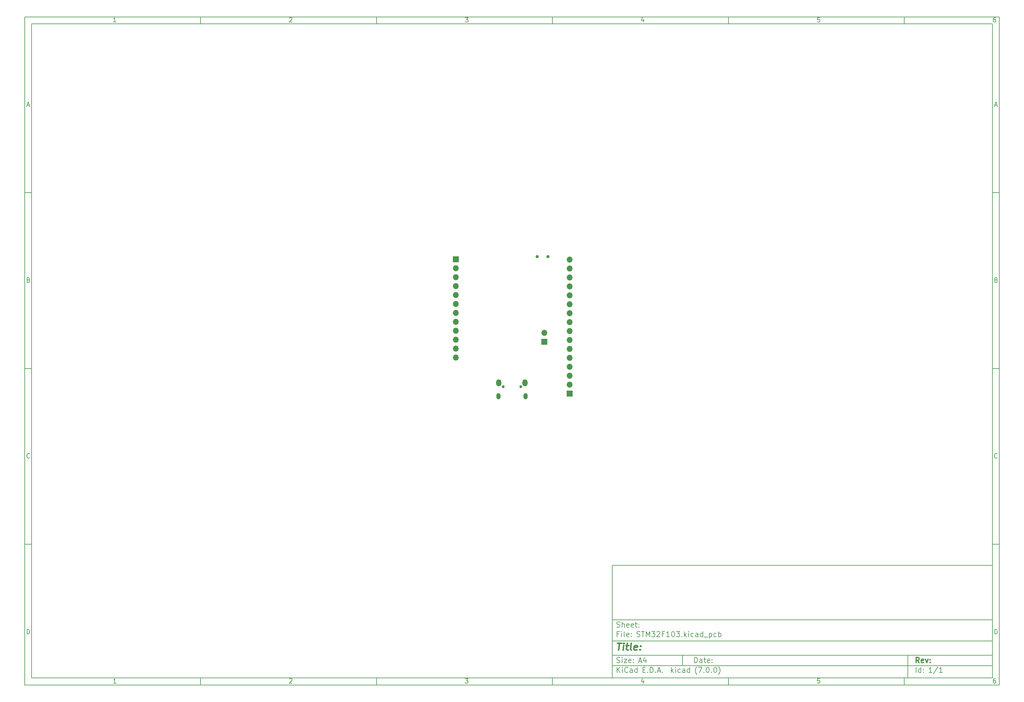
<source format=gbr>
%TF.GenerationSoftware,KiCad,Pcbnew,(7.0.0)*%
%TF.CreationDate,2023-03-08T00:24:43-05:00*%
%TF.ProjectId,STM32F103,53544d33-3246-4313-9033-2e6b69636164,rev?*%
%TF.SameCoordinates,Original*%
%TF.FileFunction,Soldermask,Bot*%
%TF.FilePolarity,Negative*%
%FSLAX46Y46*%
G04 Gerber Fmt 4.6, Leading zero omitted, Abs format (unit mm)*
G04 Created by KiCad (PCBNEW (7.0.0)) date 2023-03-08 00:24:43*
%MOMM*%
%LPD*%
G01*
G04 APERTURE LIST*
%ADD10C,0.100000*%
%ADD11C,0.150000*%
%ADD12C,0.300000*%
%ADD13C,0.400000*%
%ADD14R,1.700000X1.700000*%
%ADD15O,1.700000X1.700000*%
%ADD16C,0.900000*%
%ADD17O,0.800000X0.800000*%
%ADD18O,1.150000X1.800000*%
%ADD19O,1.450000X2.000000*%
G04 APERTURE END LIST*
D10*
D11*
X177002200Y-166007200D02*
X285002200Y-166007200D01*
X285002200Y-198007200D01*
X177002200Y-198007200D01*
X177002200Y-166007200D01*
D10*
D11*
X10000000Y-10000000D02*
X287002200Y-10000000D01*
X287002200Y-200007200D01*
X10000000Y-200007200D01*
X10000000Y-10000000D01*
D10*
D11*
X12000000Y-12000000D02*
X285002200Y-12000000D01*
X285002200Y-198007200D01*
X12000000Y-198007200D01*
X12000000Y-12000000D01*
D10*
D11*
X60000000Y-12000000D02*
X60000000Y-10000000D01*
D10*
D11*
X110000000Y-12000000D02*
X110000000Y-10000000D01*
D10*
D11*
X160000000Y-12000000D02*
X160000000Y-10000000D01*
D10*
D11*
X210000000Y-12000000D02*
X210000000Y-10000000D01*
D10*
D11*
X260000000Y-12000000D02*
X260000000Y-10000000D01*
D10*
D11*
X35990476Y-11477595D02*
X35247619Y-11477595D01*
X35619047Y-11477595D02*
X35619047Y-10177595D01*
X35619047Y-10177595D02*
X35495238Y-10363309D01*
X35495238Y-10363309D02*
X35371428Y-10487119D01*
X35371428Y-10487119D02*
X35247619Y-10549023D01*
D10*
D11*
X85247619Y-10301404D02*
X85309523Y-10239500D01*
X85309523Y-10239500D02*
X85433333Y-10177595D01*
X85433333Y-10177595D02*
X85742857Y-10177595D01*
X85742857Y-10177595D02*
X85866666Y-10239500D01*
X85866666Y-10239500D02*
X85928571Y-10301404D01*
X85928571Y-10301404D02*
X85990476Y-10425214D01*
X85990476Y-10425214D02*
X85990476Y-10549023D01*
X85990476Y-10549023D02*
X85928571Y-10734738D01*
X85928571Y-10734738D02*
X85185714Y-11477595D01*
X85185714Y-11477595D02*
X85990476Y-11477595D01*
D10*
D11*
X135185714Y-10177595D02*
X135990476Y-10177595D01*
X135990476Y-10177595D02*
X135557142Y-10672833D01*
X135557142Y-10672833D02*
X135742857Y-10672833D01*
X135742857Y-10672833D02*
X135866666Y-10734738D01*
X135866666Y-10734738D02*
X135928571Y-10796642D01*
X135928571Y-10796642D02*
X135990476Y-10920452D01*
X135990476Y-10920452D02*
X135990476Y-11229976D01*
X135990476Y-11229976D02*
X135928571Y-11353785D01*
X135928571Y-11353785D02*
X135866666Y-11415690D01*
X135866666Y-11415690D02*
X135742857Y-11477595D01*
X135742857Y-11477595D02*
X135371428Y-11477595D01*
X135371428Y-11477595D02*
X135247619Y-11415690D01*
X135247619Y-11415690D02*
X135185714Y-11353785D01*
D10*
D11*
X185866666Y-10610928D02*
X185866666Y-11477595D01*
X185557142Y-10115690D02*
X185247619Y-11044261D01*
X185247619Y-11044261D02*
X186052380Y-11044261D01*
D10*
D11*
X235928571Y-10177595D02*
X235309523Y-10177595D01*
X235309523Y-10177595D02*
X235247619Y-10796642D01*
X235247619Y-10796642D02*
X235309523Y-10734738D01*
X235309523Y-10734738D02*
X235433333Y-10672833D01*
X235433333Y-10672833D02*
X235742857Y-10672833D01*
X235742857Y-10672833D02*
X235866666Y-10734738D01*
X235866666Y-10734738D02*
X235928571Y-10796642D01*
X235928571Y-10796642D02*
X235990476Y-10920452D01*
X235990476Y-10920452D02*
X235990476Y-11229976D01*
X235990476Y-11229976D02*
X235928571Y-11353785D01*
X235928571Y-11353785D02*
X235866666Y-11415690D01*
X235866666Y-11415690D02*
X235742857Y-11477595D01*
X235742857Y-11477595D02*
X235433333Y-11477595D01*
X235433333Y-11477595D02*
X235309523Y-11415690D01*
X235309523Y-11415690D02*
X235247619Y-11353785D01*
D10*
D11*
X285866666Y-10177595D02*
X285619047Y-10177595D01*
X285619047Y-10177595D02*
X285495238Y-10239500D01*
X285495238Y-10239500D02*
X285433333Y-10301404D01*
X285433333Y-10301404D02*
X285309523Y-10487119D01*
X285309523Y-10487119D02*
X285247619Y-10734738D01*
X285247619Y-10734738D02*
X285247619Y-11229976D01*
X285247619Y-11229976D02*
X285309523Y-11353785D01*
X285309523Y-11353785D02*
X285371428Y-11415690D01*
X285371428Y-11415690D02*
X285495238Y-11477595D01*
X285495238Y-11477595D02*
X285742857Y-11477595D01*
X285742857Y-11477595D02*
X285866666Y-11415690D01*
X285866666Y-11415690D02*
X285928571Y-11353785D01*
X285928571Y-11353785D02*
X285990476Y-11229976D01*
X285990476Y-11229976D02*
X285990476Y-10920452D01*
X285990476Y-10920452D02*
X285928571Y-10796642D01*
X285928571Y-10796642D02*
X285866666Y-10734738D01*
X285866666Y-10734738D02*
X285742857Y-10672833D01*
X285742857Y-10672833D02*
X285495238Y-10672833D01*
X285495238Y-10672833D02*
X285371428Y-10734738D01*
X285371428Y-10734738D02*
X285309523Y-10796642D01*
X285309523Y-10796642D02*
X285247619Y-10920452D01*
D10*
D11*
X60000000Y-198007200D02*
X60000000Y-200007200D01*
D10*
D11*
X110000000Y-198007200D02*
X110000000Y-200007200D01*
D10*
D11*
X160000000Y-198007200D02*
X160000000Y-200007200D01*
D10*
D11*
X210000000Y-198007200D02*
X210000000Y-200007200D01*
D10*
D11*
X260000000Y-198007200D02*
X260000000Y-200007200D01*
D10*
D11*
X35990476Y-199484795D02*
X35247619Y-199484795D01*
X35619047Y-199484795D02*
X35619047Y-198184795D01*
X35619047Y-198184795D02*
X35495238Y-198370509D01*
X35495238Y-198370509D02*
X35371428Y-198494319D01*
X35371428Y-198494319D02*
X35247619Y-198556223D01*
D10*
D11*
X85247619Y-198308604D02*
X85309523Y-198246700D01*
X85309523Y-198246700D02*
X85433333Y-198184795D01*
X85433333Y-198184795D02*
X85742857Y-198184795D01*
X85742857Y-198184795D02*
X85866666Y-198246700D01*
X85866666Y-198246700D02*
X85928571Y-198308604D01*
X85928571Y-198308604D02*
X85990476Y-198432414D01*
X85990476Y-198432414D02*
X85990476Y-198556223D01*
X85990476Y-198556223D02*
X85928571Y-198741938D01*
X85928571Y-198741938D02*
X85185714Y-199484795D01*
X85185714Y-199484795D02*
X85990476Y-199484795D01*
D10*
D11*
X135185714Y-198184795D02*
X135990476Y-198184795D01*
X135990476Y-198184795D02*
X135557142Y-198680033D01*
X135557142Y-198680033D02*
X135742857Y-198680033D01*
X135742857Y-198680033D02*
X135866666Y-198741938D01*
X135866666Y-198741938D02*
X135928571Y-198803842D01*
X135928571Y-198803842D02*
X135990476Y-198927652D01*
X135990476Y-198927652D02*
X135990476Y-199237176D01*
X135990476Y-199237176D02*
X135928571Y-199360985D01*
X135928571Y-199360985D02*
X135866666Y-199422890D01*
X135866666Y-199422890D02*
X135742857Y-199484795D01*
X135742857Y-199484795D02*
X135371428Y-199484795D01*
X135371428Y-199484795D02*
X135247619Y-199422890D01*
X135247619Y-199422890D02*
X135185714Y-199360985D01*
D10*
D11*
X185866666Y-198618128D02*
X185866666Y-199484795D01*
X185557142Y-198122890D02*
X185247619Y-199051461D01*
X185247619Y-199051461D02*
X186052380Y-199051461D01*
D10*
D11*
X235928571Y-198184795D02*
X235309523Y-198184795D01*
X235309523Y-198184795D02*
X235247619Y-198803842D01*
X235247619Y-198803842D02*
X235309523Y-198741938D01*
X235309523Y-198741938D02*
X235433333Y-198680033D01*
X235433333Y-198680033D02*
X235742857Y-198680033D01*
X235742857Y-198680033D02*
X235866666Y-198741938D01*
X235866666Y-198741938D02*
X235928571Y-198803842D01*
X235928571Y-198803842D02*
X235990476Y-198927652D01*
X235990476Y-198927652D02*
X235990476Y-199237176D01*
X235990476Y-199237176D02*
X235928571Y-199360985D01*
X235928571Y-199360985D02*
X235866666Y-199422890D01*
X235866666Y-199422890D02*
X235742857Y-199484795D01*
X235742857Y-199484795D02*
X235433333Y-199484795D01*
X235433333Y-199484795D02*
X235309523Y-199422890D01*
X235309523Y-199422890D02*
X235247619Y-199360985D01*
D10*
D11*
X285866666Y-198184795D02*
X285619047Y-198184795D01*
X285619047Y-198184795D02*
X285495238Y-198246700D01*
X285495238Y-198246700D02*
X285433333Y-198308604D01*
X285433333Y-198308604D02*
X285309523Y-198494319D01*
X285309523Y-198494319D02*
X285247619Y-198741938D01*
X285247619Y-198741938D02*
X285247619Y-199237176D01*
X285247619Y-199237176D02*
X285309523Y-199360985D01*
X285309523Y-199360985D02*
X285371428Y-199422890D01*
X285371428Y-199422890D02*
X285495238Y-199484795D01*
X285495238Y-199484795D02*
X285742857Y-199484795D01*
X285742857Y-199484795D02*
X285866666Y-199422890D01*
X285866666Y-199422890D02*
X285928571Y-199360985D01*
X285928571Y-199360985D02*
X285990476Y-199237176D01*
X285990476Y-199237176D02*
X285990476Y-198927652D01*
X285990476Y-198927652D02*
X285928571Y-198803842D01*
X285928571Y-198803842D02*
X285866666Y-198741938D01*
X285866666Y-198741938D02*
X285742857Y-198680033D01*
X285742857Y-198680033D02*
X285495238Y-198680033D01*
X285495238Y-198680033D02*
X285371428Y-198741938D01*
X285371428Y-198741938D02*
X285309523Y-198803842D01*
X285309523Y-198803842D02*
X285247619Y-198927652D01*
D10*
D11*
X10000000Y-60000000D02*
X12000000Y-60000000D01*
D10*
D11*
X10000000Y-110000000D02*
X12000000Y-110000000D01*
D10*
D11*
X10000000Y-160000000D02*
X12000000Y-160000000D01*
D10*
D11*
X10690476Y-35106166D02*
X11309523Y-35106166D01*
X10566666Y-35477595D02*
X10999999Y-34177595D01*
X10999999Y-34177595D02*
X11433333Y-35477595D01*
D10*
D11*
X11092857Y-84796642D02*
X11278571Y-84858547D01*
X11278571Y-84858547D02*
X11340476Y-84920452D01*
X11340476Y-84920452D02*
X11402380Y-85044261D01*
X11402380Y-85044261D02*
X11402380Y-85229976D01*
X11402380Y-85229976D02*
X11340476Y-85353785D01*
X11340476Y-85353785D02*
X11278571Y-85415690D01*
X11278571Y-85415690D02*
X11154761Y-85477595D01*
X11154761Y-85477595D02*
X10659523Y-85477595D01*
X10659523Y-85477595D02*
X10659523Y-84177595D01*
X10659523Y-84177595D02*
X11092857Y-84177595D01*
X11092857Y-84177595D02*
X11216666Y-84239500D01*
X11216666Y-84239500D02*
X11278571Y-84301404D01*
X11278571Y-84301404D02*
X11340476Y-84425214D01*
X11340476Y-84425214D02*
X11340476Y-84549023D01*
X11340476Y-84549023D02*
X11278571Y-84672833D01*
X11278571Y-84672833D02*
X11216666Y-84734738D01*
X11216666Y-84734738D02*
X11092857Y-84796642D01*
X11092857Y-84796642D02*
X10659523Y-84796642D01*
D10*
D11*
X11402380Y-135353785D02*
X11340476Y-135415690D01*
X11340476Y-135415690D02*
X11154761Y-135477595D01*
X11154761Y-135477595D02*
X11030952Y-135477595D01*
X11030952Y-135477595D02*
X10845238Y-135415690D01*
X10845238Y-135415690D02*
X10721428Y-135291880D01*
X10721428Y-135291880D02*
X10659523Y-135168071D01*
X10659523Y-135168071D02*
X10597619Y-134920452D01*
X10597619Y-134920452D02*
X10597619Y-134734738D01*
X10597619Y-134734738D02*
X10659523Y-134487119D01*
X10659523Y-134487119D02*
X10721428Y-134363309D01*
X10721428Y-134363309D02*
X10845238Y-134239500D01*
X10845238Y-134239500D02*
X11030952Y-134177595D01*
X11030952Y-134177595D02*
X11154761Y-134177595D01*
X11154761Y-134177595D02*
X11340476Y-134239500D01*
X11340476Y-134239500D02*
X11402380Y-134301404D01*
D10*
D11*
X10659523Y-185477595D02*
X10659523Y-184177595D01*
X10659523Y-184177595D02*
X10969047Y-184177595D01*
X10969047Y-184177595D02*
X11154761Y-184239500D01*
X11154761Y-184239500D02*
X11278571Y-184363309D01*
X11278571Y-184363309D02*
X11340476Y-184487119D01*
X11340476Y-184487119D02*
X11402380Y-184734738D01*
X11402380Y-184734738D02*
X11402380Y-184920452D01*
X11402380Y-184920452D02*
X11340476Y-185168071D01*
X11340476Y-185168071D02*
X11278571Y-185291880D01*
X11278571Y-185291880D02*
X11154761Y-185415690D01*
X11154761Y-185415690D02*
X10969047Y-185477595D01*
X10969047Y-185477595D02*
X10659523Y-185477595D01*
D10*
D11*
X287002200Y-60000000D02*
X285002200Y-60000000D01*
D10*
D11*
X287002200Y-110000000D02*
X285002200Y-110000000D01*
D10*
D11*
X287002200Y-160000000D02*
X285002200Y-160000000D01*
D10*
D11*
X285692676Y-35106166D02*
X286311723Y-35106166D01*
X285568866Y-35477595D02*
X286002199Y-34177595D01*
X286002199Y-34177595D02*
X286435533Y-35477595D01*
D10*
D11*
X286095057Y-84796642D02*
X286280771Y-84858547D01*
X286280771Y-84858547D02*
X286342676Y-84920452D01*
X286342676Y-84920452D02*
X286404580Y-85044261D01*
X286404580Y-85044261D02*
X286404580Y-85229976D01*
X286404580Y-85229976D02*
X286342676Y-85353785D01*
X286342676Y-85353785D02*
X286280771Y-85415690D01*
X286280771Y-85415690D02*
X286156961Y-85477595D01*
X286156961Y-85477595D02*
X285661723Y-85477595D01*
X285661723Y-85477595D02*
X285661723Y-84177595D01*
X285661723Y-84177595D02*
X286095057Y-84177595D01*
X286095057Y-84177595D02*
X286218866Y-84239500D01*
X286218866Y-84239500D02*
X286280771Y-84301404D01*
X286280771Y-84301404D02*
X286342676Y-84425214D01*
X286342676Y-84425214D02*
X286342676Y-84549023D01*
X286342676Y-84549023D02*
X286280771Y-84672833D01*
X286280771Y-84672833D02*
X286218866Y-84734738D01*
X286218866Y-84734738D02*
X286095057Y-84796642D01*
X286095057Y-84796642D02*
X285661723Y-84796642D01*
D10*
D11*
X286404580Y-135353785D02*
X286342676Y-135415690D01*
X286342676Y-135415690D02*
X286156961Y-135477595D01*
X286156961Y-135477595D02*
X286033152Y-135477595D01*
X286033152Y-135477595D02*
X285847438Y-135415690D01*
X285847438Y-135415690D02*
X285723628Y-135291880D01*
X285723628Y-135291880D02*
X285661723Y-135168071D01*
X285661723Y-135168071D02*
X285599819Y-134920452D01*
X285599819Y-134920452D02*
X285599819Y-134734738D01*
X285599819Y-134734738D02*
X285661723Y-134487119D01*
X285661723Y-134487119D02*
X285723628Y-134363309D01*
X285723628Y-134363309D02*
X285847438Y-134239500D01*
X285847438Y-134239500D02*
X286033152Y-134177595D01*
X286033152Y-134177595D02*
X286156961Y-134177595D01*
X286156961Y-134177595D02*
X286342676Y-134239500D01*
X286342676Y-134239500D02*
X286404580Y-134301404D01*
D10*
D11*
X285661723Y-185477595D02*
X285661723Y-184177595D01*
X285661723Y-184177595D02*
X285971247Y-184177595D01*
X285971247Y-184177595D02*
X286156961Y-184239500D01*
X286156961Y-184239500D02*
X286280771Y-184363309D01*
X286280771Y-184363309D02*
X286342676Y-184487119D01*
X286342676Y-184487119D02*
X286404580Y-184734738D01*
X286404580Y-184734738D02*
X286404580Y-184920452D01*
X286404580Y-184920452D02*
X286342676Y-185168071D01*
X286342676Y-185168071D02*
X286280771Y-185291880D01*
X286280771Y-185291880D02*
X286156961Y-185415690D01*
X286156961Y-185415690D02*
X285971247Y-185477595D01*
X285971247Y-185477595D02*
X285661723Y-185477595D01*
D10*
D11*
X200359342Y-193658271D02*
X200359342Y-192158271D01*
X200359342Y-192158271D02*
X200716485Y-192158271D01*
X200716485Y-192158271D02*
X200930771Y-192229700D01*
X200930771Y-192229700D02*
X201073628Y-192372557D01*
X201073628Y-192372557D02*
X201145057Y-192515414D01*
X201145057Y-192515414D02*
X201216485Y-192801128D01*
X201216485Y-192801128D02*
X201216485Y-193015414D01*
X201216485Y-193015414D02*
X201145057Y-193301128D01*
X201145057Y-193301128D02*
X201073628Y-193443985D01*
X201073628Y-193443985D02*
X200930771Y-193586842D01*
X200930771Y-193586842D02*
X200716485Y-193658271D01*
X200716485Y-193658271D02*
X200359342Y-193658271D01*
X202502200Y-193658271D02*
X202502200Y-192872557D01*
X202502200Y-192872557D02*
X202430771Y-192729700D01*
X202430771Y-192729700D02*
X202287914Y-192658271D01*
X202287914Y-192658271D02*
X202002200Y-192658271D01*
X202002200Y-192658271D02*
X201859342Y-192729700D01*
X202502200Y-193586842D02*
X202359342Y-193658271D01*
X202359342Y-193658271D02*
X202002200Y-193658271D01*
X202002200Y-193658271D02*
X201859342Y-193586842D01*
X201859342Y-193586842D02*
X201787914Y-193443985D01*
X201787914Y-193443985D02*
X201787914Y-193301128D01*
X201787914Y-193301128D02*
X201859342Y-193158271D01*
X201859342Y-193158271D02*
X202002200Y-193086842D01*
X202002200Y-193086842D02*
X202359342Y-193086842D01*
X202359342Y-193086842D02*
X202502200Y-193015414D01*
X203002200Y-192658271D02*
X203573628Y-192658271D01*
X203216485Y-192158271D02*
X203216485Y-193443985D01*
X203216485Y-193443985D02*
X203287914Y-193586842D01*
X203287914Y-193586842D02*
X203430771Y-193658271D01*
X203430771Y-193658271D02*
X203573628Y-193658271D01*
X204645057Y-193586842D02*
X204502200Y-193658271D01*
X204502200Y-193658271D02*
X204216486Y-193658271D01*
X204216486Y-193658271D02*
X204073628Y-193586842D01*
X204073628Y-193586842D02*
X204002200Y-193443985D01*
X204002200Y-193443985D02*
X204002200Y-192872557D01*
X204002200Y-192872557D02*
X204073628Y-192729700D01*
X204073628Y-192729700D02*
X204216486Y-192658271D01*
X204216486Y-192658271D02*
X204502200Y-192658271D01*
X204502200Y-192658271D02*
X204645057Y-192729700D01*
X204645057Y-192729700D02*
X204716486Y-192872557D01*
X204716486Y-192872557D02*
X204716486Y-193015414D01*
X204716486Y-193015414D02*
X204002200Y-193158271D01*
X205359342Y-193515414D02*
X205430771Y-193586842D01*
X205430771Y-193586842D02*
X205359342Y-193658271D01*
X205359342Y-193658271D02*
X205287914Y-193586842D01*
X205287914Y-193586842D02*
X205359342Y-193515414D01*
X205359342Y-193515414D02*
X205359342Y-193658271D01*
X205359342Y-192729700D02*
X205430771Y-192801128D01*
X205430771Y-192801128D02*
X205359342Y-192872557D01*
X205359342Y-192872557D02*
X205287914Y-192801128D01*
X205287914Y-192801128D02*
X205359342Y-192729700D01*
X205359342Y-192729700D02*
X205359342Y-192872557D01*
D10*
D11*
X177002200Y-194507200D02*
X285002200Y-194507200D01*
D10*
D11*
X178359342Y-196458271D02*
X178359342Y-194958271D01*
X179216485Y-196458271D02*
X178573628Y-195601128D01*
X179216485Y-194958271D02*
X178359342Y-195815414D01*
X179859342Y-196458271D02*
X179859342Y-195458271D01*
X179859342Y-194958271D02*
X179787914Y-195029700D01*
X179787914Y-195029700D02*
X179859342Y-195101128D01*
X179859342Y-195101128D02*
X179930771Y-195029700D01*
X179930771Y-195029700D02*
X179859342Y-194958271D01*
X179859342Y-194958271D02*
X179859342Y-195101128D01*
X181430771Y-196315414D02*
X181359343Y-196386842D01*
X181359343Y-196386842D02*
X181145057Y-196458271D01*
X181145057Y-196458271D02*
X181002200Y-196458271D01*
X181002200Y-196458271D02*
X180787914Y-196386842D01*
X180787914Y-196386842D02*
X180645057Y-196243985D01*
X180645057Y-196243985D02*
X180573628Y-196101128D01*
X180573628Y-196101128D02*
X180502200Y-195815414D01*
X180502200Y-195815414D02*
X180502200Y-195601128D01*
X180502200Y-195601128D02*
X180573628Y-195315414D01*
X180573628Y-195315414D02*
X180645057Y-195172557D01*
X180645057Y-195172557D02*
X180787914Y-195029700D01*
X180787914Y-195029700D02*
X181002200Y-194958271D01*
X181002200Y-194958271D02*
X181145057Y-194958271D01*
X181145057Y-194958271D02*
X181359343Y-195029700D01*
X181359343Y-195029700D02*
X181430771Y-195101128D01*
X182716486Y-196458271D02*
X182716486Y-195672557D01*
X182716486Y-195672557D02*
X182645057Y-195529700D01*
X182645057Y-195529700D02*
X182502200Y-195458271D01*
X182502200Y-195458271D02*
X182216486Y-195458271D01*
X182216486Y-195458271D02*
X182073628Y-195529700D01*
X182716486Y-196386842D02*
X182573628Y-196458271D01*
X182573628Y-196458271D02*
X182216486Y-196458271D01*
X182216486Y-196458271D02*
X182073628Y-196386842D01*
X182073628Y-196386842D02*
X182002200Y-196243985D01*
X182002200Y-196243985D02*
X182002200Y-196101128D01*
X182002200Y-196101128D02*
X182073628Y-195958271D01*
X182073628Y-195958271D02*
X182216486Y-195886842D01*
X182216486Y-195886842D02*
X182573628Y-195886842D01*
X182573628Y-195886842D02*
X182716486Y-195815414D01*
X184073629Y-196458271D02*
X184073629Y-194958271D01*
X184073629Y-196386842D02*
X183930771Y-196458271D01*
X183930771Y-196458271D02*
X183645057Y-196458271D01*
X183645057Y-196458271D02*
X183502200Y-196386842D01*
X183502200Y-196386842D02*
X183430771Y-196315414D01*
X183430771Y-196315414D02*
X183359343Y-196172557D01*
X183359343Y-196172557D02*
X183359343Y-195743985D01*
X183359343Y-195743985D02*
X183430771Y-195601128D01*
X183430771Y-195601128D02*
X183502200Y-195529700D01*
X183502200Y-195529700D02*
X183645057Y-195458271D01*
X183645057Y-195458271D02*
X183930771Y-195458271D01*
X183930771Y-195458271D02*
X184073629Y-195529700D01*
X185687914Y-195672557D02*
X186187914Y-195672557D01*
X186402200Y-196458271D02*
X185687914Y-196458271D01*
X185687914Y-196458271D02*
X185687914Y-194958271D01*
X185687914Y-194958271D02*
X186402200Y-194958271D01*
X187045057Y-196315414D02*
X187116486Y-196386842D01*
X187116486Y-196386842D02*
X187045057Y-196458271D01*
X187045057Y-196458271D02*
X186973629Y-196386842D01*
X186973629Y-196386842D02*
X187045057Y-196315414D01*
X187045057Y-196315414D02*
X187045057Y-196458271D01*
X187759343Y-196458271D02*
X187759343Y-194958271D01*
X187759343Y-194958271D02*
X188116486Y-194958271D01*
X188116486Y-194958271D02*
X188330772Y-195029700D01*
X188330772Y-195029700D02*
X188473629Y-195172557D01*
X188473629Y-195172557D02*
X188545058Y-195315414D01*
X188545058Y-195315414D02*
X188616486Y-195601128D01*
X188616486Y-195601128D02*
X188616486Y-195815414D01*
X188616486Y-195815414D02*
X188545058Y-196101128D01*
X188545058Y-196101128D02*
X188473629Y-196243985D01*
X188473629Y-196243985D02*
X188330772Y-196386842D01*
X188330772Y-196386842D02*
X188116486Y-196458271D01*
X188116486Y-196458271D02*
X187759343Y-196458271D01*
X189259343Y-196315414D02*
X189330772Y-196386842D01*
X189330772Y-196386842D02*
X189259343Y-196458271D01*
X189259343Y-196458271D02*
X189187915Y-196386842D01*
X189187915Y-196386842D02*
X189259343Y-196315414D01*
X189259343Y-196315414D02*
X189259343Y-196458271D01*
X189902201Y-196029700D02*
X190616487Y-196029700D01*
X189759344Y-196458271D02*
X190259344Y-194958271D01*
X190259344Y-194958271D02*
X190759344Y-196458271D01*
X191259343Y-196315414D02*
X191330772Y-196386842D01*
X191330772Y-196386842D02*
X191259343Y-196458271D01*
X191259343Y-196458271D02*
X191187915Y-196386842D01*
X191187915Y-196386842D02*
X191259343Y-196315414D01*
X191259343Y-196315414D02*
X191259343Y-196458271D01*
X193773629Y-196458271D02*
X193773629Y-194958271D01*
X193916487Y-195886842D02*
X194345058Y-196458271D01*
X194345058Y-195458271D02*
X193773629Y-196029700D01*
X194987915Y-196458271D02*
X194987915Y-195458271D01*
X194987915Y-194958271D02*
X194916487Y-195029700D01*
X194916487Y-195029700D02*
X194987915Y-195101128D01*
X194987915Y-195101128D02*
X195059344Y-195029700D01*
X195059344Y-195029700D02*
X194987915Y-194958271D01*
X194987915Y-194958271D02*
X194987915Y-195101128D01*
X196345059Y-196386842D02*
X196202201Y-196458271D01*
X196202201Y-196458271D02*
X195916487Y-196458271D01*
X195916487Y-196458271D02*
X195773630Y-196386842D01*
X195773630Y-196386842D02*
X195702201Y-196315414D01*
X195702201Y-196315414D02*
X195630773Y-196172557D01*
X195630773Y-196172557D02*
X195630773Y-195743985D01*
X195630773Y-195743985D02*
X195702201Y-195601128D01*
X195702201Y-195601128D02*
X195773630Y-195529700D01*
X195773630Y-195529700D02*
X195916487Y-195458271D01*
X195916487Y-195458271D02*
X196202201Y-195458271D01*
X196202201Y-195458271D02*
X196345059Y-195529700D01*
X197630773Y-196458271D02*
X197630773Y-195672557D01*
X197630773Y-195672557D02*
X197559344Y-195529700D01*
X197559344Y-195529700D02*
X197416487Y-195458271D01*
X197416487Y-195458271D02*
X197130773Y-195458271D01*
X197130773Y-195458271D02*
X196987915Y-195529700D01*
X197630773Y-196386842D02*
X197487915Y-196458271D01*
X197487915Y-196458271D02*
X197130773Y-196458271D01*
X197130773Y-196458271D02*
X196987915Y-196386842D01*
X196987915Y-196386842D02*
X196916487Y-196243985D01*
X196916487Y-196243985D02*
X196916487Y-196101128D01*
X196916487Y-196101128D02*
X196987915Y-195958271D01*
X196987915Y-195958271D02*
X197130773Y-195886842D01*
X197130773Y-195886842D02*
X197487915Y-195886842D01*
X197487915Y-195886842D02*
X197630773Y-195815414D01*
X198987916Y-196458271D02*
X198987916Y-194958271D01*
X198987916Y-196386842D02*
X198845058Y-196458271D01*
X198845058Y-196458271D02*
X198559344Y-196458271D01*
X198559344Y-196458271D02*
X198416487Y-196386842D01*
X198416487Y-196386842D02*
X198345058Y-196315414D01*
X198345058Y-196315414D02*
X198273630Y-196172557D01*
X198273630Y-196172557D02*
X198273630Y-195743985D01*
X198273630Y-195743985D02*
X198345058Y-195601128D01*
X198345058Y-195601128D02*
X198416487Y-195529700D01*
X198416487Y-195529700D02*
X198559344Y-195458271D01*
X198559344Y-195458271D02*
X198845058Y-195458271D01*
X198845058Y-195458271D02*
X198987916Y-195529700D01*
X201030773Y-197029700D02*
X200959344Y-196958271D01*
X200959344Y-196958271D02*
X200816487Y-196743985D01*
X200816487Y-196743985D02*
X200745059Y-196601128D01*
X200745059Y-196601128D02*
X200673630Y-196386842D01*
X200673630Y-196386842D02*
X200602201Y-196029700D01*
X200602201Y-196029700D02*
X200602201Y-195743985D01*
X200602201Y-195743985D02*
X200673630Y-195386842D01*
X200673630Y-195386842D02*
X200745059Y-195172557D01*
X200745059Y-195172557D02*
X200816487Y-195029700D01*
X200816487Y-195029700D02*
X200959344Y-194815414D01*
X200959344Y-194815414D02*
X201030773Y-194743985D01*
X201459344Y-194958271D02*
X202459344Y-194958271D01*
X202459344Y-194958271D02*
X201816487Y-196458271D01*
X203030772Y-196315414D02*
X203102201Y-196386842D01*
X203102201Y-196386842D02*
X203030772Y-196458271D01*
X203030772Y-196458271D02*
X202959344Y-196386842D01*
X202959344Y-196386842D02*
X203030772Y-196315414D01*
X203030772Y-196315414D02*
X203030772Y-196458271D01*
X204030773Y-194958271D02*
X204173630Y-194958271D01*
X204173630Y-194958271D02*
X204316487Y-195029700D01*
X204316487Y-195029700D02*
X204387916Y-195101128D01*
X204387916Y-195101128D02*
X204459344Y-195243985D01*
X204459344Y-195243985D02*
X204530773Y-195529700D01*
X204530773Y-195529700D02*
X204530773Y-195886842D01*
X204530773Y-195886842D02*
X204459344Y-196172557D01*
X204459344Y-196172557D02*
X204387916Y-196315414D01*
X204387916Y-196315414D02*
X204316487Y-196386842D01*
X204316487Y-196386842D02*
X204173630Y-196458271D01*
X204173630Y-196458271D02*
X204030773Y-196458271D01*
X204030773Y-196458271D02*
X203887916Y-196386842D01*
X203887916Y-196386842D02*
X203816487Y-196315414D01*
X203816487Y-196315414D02*
X203745058Y-196172557D01*
X203745058Y-196172557D02*
X203673630Y-195886842D01*
X203673630Y-195886842D02*
X203673630Y-195529700D01*
X203673630Y-195529700D02*
X203745058Y-195243985D01*
X203745058Y-195243985D02*
X203816487Y-195101128D01*
X203816487Y-195101128D02*
X203887916Y-195029700D01*
X203887916Y-195029700D02*
X204030773Y-194958271D01*
X205173629Y-196315414D02*
X205245058Y-196386842D01*
X205245058Y-196386842D02*
X205173629Y-196458271D01*
X205173629Y-196458271D02*
X205102201Y-196386842D01*
X205102201Y-196386842D02*
X205173629Y-196315414D01*
X205173629Y-196315414D02*
X205173629Y-196458271D01*
X206173630Y-194958271D02*
X206316487Y-194958271D01*
X206316487Y-194958271D02*
X206459344Y-195029700D01*
X206459344Y-195029700D02*
X206530773Y-195101128D01*
X206530773Y-195101128D02*
X206602201Y-195243985D01*
X206602201Y-195243985D02*
X206673630Y-195529700D01*
X206673630Y-195529700D02*
X206673630Y-195886842D01*
X206673630Y-195886842D02*
X206602201Y-196172557D01*
X206602201Y-196172557D02*
X206530773Y-196315414D01*
X206530773Y-196315414D02*
X206459344Y-196386842D01*
X206459344Y-196386842D02*
X206316487Y-196458271D01*
X206316487Y-196458271D02*
X206173630Y-196458271D01*
X206173630Y-196458271D02*
X206030773Y-196386842D01*
X206030773Y-196386842D02*
X205959344Y-196315414D01*
X205959344Y-196315414D02*
X205887915Y-196172557D01*
X205887915Y-196172557D02*
X205816487Y-195886842D01*
X205816487Y-195886842D02*
X205816487Y-195529700D01*
X205816487Y-195529700D02*
X205887915Y-195243985D01*
X205887915Y-195243985D02*
X205959344Y-195101128D01*
X205959344Y-195101128D02*
X206030773Y-195029700D01*
X206030773Y-195029700D02*
X206173630Y-194958271D01*
X207173629Y-197029700D02*
X207245058Y-196958271D01*
X207245058Y-196958271D02*
X207387915Y-196743985D01*
X207387915Y-196743985D02*
X207459344Y-196601128D01*
X207459344Y-196601128D02*
X207530772Y-196386842D01*
X207530772Y-196386842D02*
X207602201Y-196029700D01*
X207602201Y-196029700D02*
X207602201Y-195743985D01*
X207602201Y-195743985D02*
X207530772Y-195386842D01*
X207530772Y-195386842D02*
X207459344Y-195172557D01*
X207459344Y-195172557D02*
X207387915Y-195029700D01*
X207387915Y-195029700D02*
X207245058Y-194815414D01*
X207245058Y-194815414D02*
X207173629Y-194743985D01*
D10*
D11*
X177002200Y-191507200D02*
X285002200Y-191507200D01*
D10*
D12*
X264216485Y-193658271D02*
X263716485Y-192943985D01*
X263359342Y-193658271D02*
X263359342Y-192158271D01*
X263359342Y-192158271D02*
X263930771Y-192158271D01*
X263930771Y-192158271D02*
X264073628Y-192229700D01*
X264073628Y-192229700D02*
X264145057Y-192301128D01*
X264145057Y-192301128D02*
X264216485Y-192443985D01*
X264216485Y-192443985D02*
X264216485Y-192658271D01*
X264216485Y-192658271D02*
X264145057Y-192801128D01*
X264145057Y-192801128D02*
X264073628Y-192872557D01*
X264073628Y-192872557D02*
X263930771Y-192943985D01*
X263930771Y-192943985D02*
X263359342Y-192943985D01*
X265430771Y-193586842D02*
X265287914Y-193658271D01*
X265287914Y-193658271D02*
X265002200Y-193658271D01*
X265002200Y-193658271D02*
X264859342Y-193586842D01*
X264859342Y-193586842D02*
X264787914Y-193443985D01*
X264787914Y-193443985D02*
X264787914Y-192872557D01*
X264787914Y-192872557D02*
X264859342Y-192729700D01*
X264859342Y-192729700D02*
X265002200Y-192658271D01*
X265002200Y-192658271D02*
X265287914Y-192658271D01*
X265287914Y-192658271D02*
X265430771Y-192729700D01*
X265430771Y-192729700D02*
X265502200Y-192872557D01*
X265502200Y-192872557D02*
X265502200Y-193015414D01*
X265502200Y-193015414D02*
X264787914Y-193158271D01*
X266002199Y-192658271D02*
X266359342Y-193658271D01*
X266359342Y-193658271D02*
X266716485Y-192658271D01*
X267287913Y-193515414D02*
X267359342Y-193586842D01*
X267359342Y-193586842D02*
X267287913Y-193658271D01*
X267287913Y-193658271D02*
X267216485Y-193586842D01*
X267216485Y-193586842D02*
X267287913Y-193515414D01*
X267287913Y-193515414D02*
X267287913Y-193658271D01*
X267287913Y-192729700D02*
X267359342Y-192801128D01*
X267359342Y-192801128D02*
X267287913Y-192872557D01*
X267287913Y-192872557D02*
X267216485Y-192801128D01*
X267216485Y-192801128D02*
X267287913Y-192729700D01*
X267287913Y-192729700D02*
X267287913Y-192872557D01*
D10*
D11*
X178287914Y-193586842D02*
X178502200Y-193658271D01*
X178502200Y-193658271D02*
X178859342Y-193658271D01*
X178859342Y-193658271D02*
X179002200Y-193586842D01*
X179002200Y-193586842D02*
X179073628Y-193515414D01*
X179073628Y-193515414D02*
X179145057Y-193372557D01*
X179145057Y-193372557D02*
X179145057Y-193229700D01*
X179145057Y-193229700D02*
X179073628Y-193086842D01*
X179073628Y-193086842D02*
X179002200Y-193015414D01*
X179002200Y-193015414D02*
X178859342Y-192943985D01*
X178859342Y-192943985D02*
X178573628Y-192872557D01*
X178573628Y-192872557D02*
X178430771Y-192801128D01*
X178430771Y-192801128D02*
X178359342Y-192729700D01*
X178359342Y-192729700D02*
X178287914Y-192586842D01*
X178287914Y-192586842D02*
X178287914Y-192443985D01*
X178287914Y-192443985D02*
X178359342Y-192301128D01*
X178359342Y-192301128D02*
X178430771Y-192229700D01*
X178430771Y-192229700D02*
X178573628Y-192158271D01*
X178573628Y-192158271D02*
X178930771Y-192158271D01*
X178930771Y-192158271D02*
X179145057Y-192229700D01*
X179787913Y-193658271D02*
X179787913Y-192658271D01*
X179787913Y-192158271D02*
X179716485Y-192229700D01*
X179716485Y-192229700D02*
X179787913Y-192301128D01*
X179787913Y-192301128D02*
X179859342Y-192229700D01*
X179859342Y-192229700D02*
X179787913Y-192158271D01*
X179787913Y-192158271D02*
X179787913Y-192301128D01*
X180359342Y-192658271D02*
X181145057Y-192658271D01*
X181145057Y-192658271D02*
X180359342Y-193658271D01*
X180359342Y-193658271D02*
X181145057Y-193658271D01*
X182287914Y-193586842D02*
X182145057Y-193658271D01*
X182145057Y-193658271D02*
X181859343Y-193658271D01*
X181859343Y-193658271D02*
X181716485Y-193586842D01*
X181716485Y-193586842D02*
X181645057Y-193443985D01*
X181645057Y-193443985D02*
X181645057Y-192872557D01*
X181645057Y-192872557D02*
X181716485Y-192729700D01*
X181716485Y-192729700D02*
X181859343Y-192658271D01*
X181859343Y-192658271D02*
X182145057Y-192658271D01*
X182145057Y-192658271D02*
X182287914Y-192729700D01*
X182287914Y-192729700D02*
X182359343Y-192872557D01*
X182359343Y-192872557D02*
X182359343Y-193015414D01*
X182359343Y-193015414D02*
X181645057Y-193158271D01*
X183002199Y-193515414D02*
X183073628Y-193586842D01*
X183073628Y-193586842D02*
X183002199Y-193658271D01*
X183002199Y-193658271D02*
X182930771Y-193586842D01*
X182930771Y-193586842D02*
X183002199Y-193515414D01*
X183002199Y-193515414D02*
X183002199Y-193658271D01*
X183002199Y-192729700D02*
X183073628Y-192801128D01*
X183073628Y-192801128D02*
X183002199Y-192872557D01*
X183002199Y-192872557D02*
X182930771Y-192801128D01*
X182930771Y-192801128D02*
X183002199Y-192729700D01*
X183002199Y-192729700D02*
X183002199Y-192872557D01*
X184545057Y-193229700D02*
X185259343Y-193229700D01*
X184402200Y-193658271D02*
X184902200Y-192158271D01*
X184902200Y-192158271D02*
X185402200Y-193658271D01*
X186545057Y-192658271D02*
X186545057Y-193658271D01*
X186187914Y-192086842D02*
X185830771Y-193158271D01*
X185830771Y-193158271D02*
X186759342Y-193158271D01*
D10*
D11*
X263359342Y-196458271D02*
X263359342Y-194958271D01*
X264716486Y-196458271D02*
X264716486Y-194958271D01*
X264716486Y-196386842D02*
X264573628Y-196458271D01*
X264573628Y-196458271D02*
X264287914Y-196458271D01*
X264287914Y-196458271D02*
X264145057Y-196386842D01*
X264145057Y-196386842D02*
X264073628Y-196315414D01*
X264073628Y-196315414D02*
X264002200Y-196172557D01*
X264002200Y-196172557D02*
X264002200Y-195743985D01*
X264002200Y-195743985D02*
X264073628Y-195601128D01*
X264073628Y-195601128D02*
X264145057Y-195529700D01*
X264145057Y-195529700D02*
X264287914Y-195458271D01*
X264287914Y-195458271D02*
X264573628Y-195458271D01*
X264573628Y-195458271D02*
X264716486Y-195529700D01*
X265430771Y-196315414D02*
X265502200Y-196386842D01*
X265502200Y-196386842D02*
X265430771Y-196458271D01*
X265430771Y-196458271D02*
X265359343Y-196386842D01*
X265359343Y-196386842D02*
X265430771Y-196315414D01*
X265430771Y-196315414D02*
X265430771Y-196458271D01*
X265430771Y-195529700D02*
X265502200Y-195601128D01*
X265502200Y-195601128D02*
X265430771Y-195672557D01*
X265430771Y-195672557D02*
X265359343Y-195601128D01*
X265359343Y-195601128D02*
X265430771Y-195529700D01*
X265430771Y-195529700D02*
X265430771Y-195672557D01*
X267830772Y-196458271D02*
X266973629Y-196458271D01*
X267402200Y-196458271D02*
X267402200Y-194958271D01*
X267402200Y-194958271D02*
X267259343Y-195172557D01*
X267259343Y-195172557D02*
X267116486Y-195315414D01*
X267116486Y-195315414D02*
X266973629Y-195386842D01*
X269545057Y-194886842D02*
X268259343Y-196815414D01*
X270830772Y-196458271D02*
X269973629Y-196458271D01*
X270402200Y-196458271D02*
X270402200Y-194958271D01*
X270402200Y-194958271D02*
X270259343Y-195172557D01*
X270259343Y-195172557D02*
X270116486Y-195315414D01*
X270116486Y-195315414D02*
X269973629Y-195386842D01*
D10*
D11*
X177002200Y-187507200D02*
X285002200Y-187507200D01*
D10*
D13*
X178454580Y-188041961D02*
X179597438Y-188041961D01*
X178776009Y-190041961D02*
X179026009Y-188041961D01*
X180014105Y-190041961D02*
X180180771Y-188708628D01*
X180264105Y-188041961D02*
X180156962Y-188137200D01*
X180156962Y-188137200D02*
X180240295Y-188232438D01*
X180240295Y-188232438D02*
X180347438Y-188137200D01*
X180347438Y-188137200D02*
X180264105Y-188041961D01*
X180264105Y-188041961D02*
X180240295Y-188232438D01*
X180847438Y-188708628D02*
X181609343Y-188708628D01*
X181216486Y-188041961D02*
X181002200Y-189756247D01*
X181002200Y-189756247D02*
X181073629Y-189946723D01*
X181073629Y-189946723D02*
X181252200Y-190041961D01*
X181252200Y-190041961D02*
X181442676Y-190041961D01*
X182395057Y-190041961D02*
X182216486Y-189946723D01*
X182216486Y-189946723D02*
X182145057Y-189756247D01*
X182145057Y-189756247D02*
X182359343Y-188041961D01*
X183930771Y-189946723D02*
X183728390Y-190041961D01*
X183728390Y-190041961D02*
X183347438Y-190041961D01*
X183347438Y-190041961D02*
X183168867Y-189946723D01*
X183168867Y-189946723D02*
X183097438Y-189756247D01*
X183097438Y-189756247D02*
X183192676Y-188994342D01*
X183192676Y-188994342D02*
X183311724Y-188803866D01*
X183311724Y-188803866D02*
X183514105Y-188708628D01*
X183514105Y-188708628D02*
X183895057Y-188708628D01*
X183895057Y-188708628D02*
X184073628Y-188803866D01*
X184073628Y-188803866D02*
X184145057Y-188994342D01*
X184145057Y-188994342D02*
X184121247Y-189184819D01*
X184121247Y-189184819D02*
X183145057Y-189375295D01*
X184895057Y-189851485D02*
X184978391Y-189946723D01*
X184978391Y-189946723D02*
X184871248Y-190041961D01*
X184871248Y-190041961D02*
X184787914Y-189946723D01*
X184787914Y-189946723D02*
X184895057Y-189851485D01*
X184895057Y-189851485D02*
X184871248Y-190041961D01*
X185026010Y-188803866D02*
X185109343Y-188899104D01*
X185109343Y-188899104D02*
X185002200Y-188994342D01*
X185002200Y-188994342D02*
X184918867Y-188899104D01*
X184918867Y-188899104D02*
X185026010Y-188803866D01*
X185026010Y-188803866D02*
X185002200Y-188994342D01*
D10*
D11*
X178859342Y-185472557D02*
X178359342Y-185472557D01*
X178359342Y-186258271D02*
X178359342Y-184758271D01*
X178359342Y-184758271D02*
X179073628Y-184758271D01*
X179645056Y-186258271D02*
X179645056Y-185258271D01*
X179645056Y-184758271D02*
X179573628Y-184829700D01*
X179573628Y-184829700D02*
X179645056Y-184901128D01*
X179645056Y-184901128D02*
X179716485Y-184829700D01*
X179716485Y-184829700D02*
X179645056Y-184758271D01*
X179645056Y-184758271D02*
X179645056Y-184901128D01*
X180573628Y-186258271D02*
X180430771Y-186186842D01*
X180430771Y-186186842D02*
X180359342Y-186043985D01*
X180359342Y-186043985D02*
X180359342Y-184758271D01*
X181716485Y-186186842D02*
X181573628Y-186258271D01*
X181573628Y-186258271D02*
X181287914Y-186258271D01*
X181287914Y-186258271D02*
X181145056Y-186186842D01*
X181145056Y-186186842D02*
X181073628Y-186043985D01*
X181073628Y-186043985D02*
X181073628Y-185472557D01*
X181073628Y-185472557D02*
X181145056Y-185329700D01*
X181145056Y-185329700D02*
X181287914Y-185258271D01*
X181287914Y-185258271D02*
X181573628Y-185258271D01*
X181573628Y-185258271D02*
X181716485Y-185329700D01*
X181716485Y-185329700D02*
X181787914Y-185472557D01*
X181787914Y-185472557D02*
X181787914Y-185615414D01*
X181787914Y-185615414D02*
X181073628Y-185758271D01*
X182430770Y-186115414D02*
X182502199Y-186186842D01*
X182502199Y-186186842D02*
X182430770Y-186258271D01*
X182430770Y-186258271D02*
X182359342Y-186186842D01*
X182359342Y-186186842D02*
X182430770Y-186115414D01*
X182430770Y-186115414D02*
X182430770Y-186258271D01*
X182430770Y-185329700D02*
X182502199Y-185401128D01*
X182502199Y-185401128D02*
X182430770Y-185472557D01*
X182430770Y-185472557D02*
X182359342Y-185401128D01*
X182359342Y-185401128D02*
X182430770Y-185329700D01*
X182430770Y-185329700D02*
X182430770Y-185472557D01*
X183973628Y-186186842D02*
X184187914Y-186258271D01*
X184187914Y-186258271D02*
X184545056Y-186258271D01*
X184545056Y-186258271D02*
X184687914Y-186186842D01*
X184687914Y-186186842D02*
X184759342Y-186115414D01*
X184759342Y-186115414D02*
X184830771Y-185972557D01*
X184830771Y-185972557D02*
X184830771Y-185829700D01*
X184830771Y-185829700D02*
X184759342Y-185686842D01*
X184759342Y-185686842D02*
X184687914Y-185615414D01*
X184687914Y-185615414D02*
X184545056Y-185543985D01*
X184545056Y-185543985D02*
X184259342Y-185472557D01*
X184259342Y-185472557D02*
X184116485Y-185401128D01*
X184116485Y-185401128D02*
X184045056Y-185329700D01*
X184045056Y-185329700D02*
X183973628Y-185186842D01*
X183973628Y-185186842D02*
X183973628Y-185043985D01*
X183973628Y-185043985D02*
X184045056Y-184901128D01*
X184045056Y-184901128D02*
X184116485Y-184829700D01*
X184116485Y-184829700D02*
X184259342Y-184758271D01*
X184259342Y-184758271D02*
X184616485Y-184758271D01*
X184616485Y-184758271D02*
X184830771Y-184829700D01*
X185259342Y-184758271D02*
X186116485Y-184758271D01*
X185687913Y-186258271D02*
X185687913Y-184758271D01*
X186616484Y-186258271D02*
X186616484Y-184758271D01*
X186616484Y-184758271D02*
X187116484Y-185829700D01*
X187116484Y-185829700D02*
X187616484Y-184758271D01*
X187616484Y-184758271D02*
X187616484Y-186258271D01*
X188187913Y-184758271D02*
X189116485Y-184758271D01*
X189116485Y-184758271D02*
X188616485Y-185329700D01*
X188616485Y-185329700D02*
X188830770Y-185329700D01*
X188830770Y-185329700D02*
X188973628Y-185401128D01*
X188973628Y-185401128D02*
X189045056Y-185472557D01*
X189045056Y-185472557D02*
X189116485Y-185615414D01*
X189116485Y-185615414D02*
X189116485Y-185972557D01*
X189116485Y-185972557D02*
X189045056Y-186115414D01*
X189045056Y-186115414D02*
X188973628Y-186186842D01*
X188973628Y-186186842D02*
X188830770Y-186258271D01*
X188830770Y-186258271D02*
X188402199Y-186258271D01*
X188402199Y-186258271D02*
X188259342Y-186186842D01*
X188259342Y-186186842D02*
X188187913Y-186115414D01*
X189687913Y-184901128D02*
X189759341Y-184829700D01*
X189759341Y-184829700D02*
X189902199Y-184758271D01*
X189902199Y-184758271D02*
X190259341Y-184758271D01*
X190259341Y-184758271D02*
X190402199Y-184829700D01*
X190402199Y-184829700D02*
X190473627Y-184901128D01*
X190473627Y-184901128D02*
X190545056Y-185043985D01*
X190545056Y-185043985D02*
X190545056Y-185186842D01*
X190545056Y-185186842D02*
X190473627Y-185401128D01*
X190473627Y-185401128D02*
X189616484Y-186258271D01*
X189616484Y-186258271D02*
X190545056Y-186258271D01*
X191687912Y-185472557D02*
X191187912Y-185472557D01*
X191187912Y-186258271D02*
X191187912Y-184758271D01*
X191187912Y-184758271D02*
X191902198Y-184758271D01*
X193259341Y-186258271D02*
X192402198Y-186258271D01*
X192830769Y-186258271D02*
X192830769Y-184758271D01*
X192830769Y-184758271D02*
X192687912Y-184972557D01*
X192687912Y-184972557D02*
X192545055Y-185115414D01*
X192545055Y-185115414D02*
X192402198Y-185186842D01*
X194187912Y-184758271D02*
X194330769Y-184758271D01*
X194330769Y-184758271D02*
X194473626Y-184829700D01*
X194473626Y-184829700D02*
X194545055Y-184901128D01*
X194545055Y-184901128D02*
X194616483Y-185043985D01*
X194616483Y-185043985D02*
X194687912Y-185329700D01*
X194687912Y-185329700D02*
X194687912Y-185686842D01*
X194687912Y-185686842D02*
X194616483Y-185972557D01*
X194616483Y-185972557D02*
X194545055Y-186115414D01*
X194545055Y-186115414D02*
X194473626Y-186186842D01*
X194473626Y-186186842D02*
X194330769Y-186258271D01*
X194330769Y-186258271D02*
X194187912Y-186258271D01*
X194187912Y-186258271D02*
X194045055Y-186186842D01*
X194045055Y-186186842D02*
X193973626Y-186115414D01*
X193973626Y-186115414D02*
X193902197Y-185972557D01*
X193902197Y-185972557D02*
X193830769Y-185686842D01*
X193830769Y-185686842D02*
X193830769Y-185329700D01*
X193830769Y-185329700D02*
X193902197Y-185043985D01*
X193902197Y-185043985D02*
X193973626Y-184901128D01*
X193973626Y-184901128D02*
X194045055Y-184829700D01*
X194045055Y-184829700D02*
X194187912Y-184758271D01*
X195187911Y-184758271D02*
X196116483Y-184758271D01*
X196116483Y-184758271D02*
X195616483Y-185329700D01*
X195616483Y-185329700D02*
X195830768Y-185329700D01*
X195830768Y-185329700D02*
X195973626Y-185401128D01*
X195973626Y-185401128D02*
X196045054Y-185472557D01*
X196045054Y-185472557D02*
X196116483Y-185615414D01*
X196116483Y-185615414D02*
X196116483Y-185972557D01*
X196116483Y-185972557D02*
X196045054Y-186115414D01*
X196045054Y-186115414D02*
X195973626Y-186186842D01*
X195973626Y-186186842D02*
X195830768Y-186258271D01*
X195830768Y-186258271D02*
X195402197Y-186258271D01*
X195402197Y-186258271D02*
X195259340Y-186186842D01*
X195259340Y-186186842D02*
X195187911Y-186115414D01*
X196759339Y-186115414D02*
X196830768Y-186186842D01*
X196830768Y-186186842D02*
X196759339Y-186258271D01*
X196759339Y-186258271D02*
X196687911Y-186186842D01*
X196687911Y-186186842D02*
X196759339Y-186115414D01*
X196759339Y-186115414D02*
X196759339Y-186258271D01*
X197473625Y-186258271D02*
X197473625Y-184758271D01*
X197616483Y-185686842D02*
X198045054Y-186258271D01*
X198045054Y-185258271D02*
X197473625Y-185829700D01*
X198687911Y-186258271D02*
X198687911Y-185258271D01*
X198687911Y-184758271D02*
X198616483Y-184829700D01*
X198616483Y-184829700D02*
X198687911Y-184901128D01*
X198687911Y-184901128D02*
X198759340Y-184829700D01*
X198759340Y-184829700D02*
X198687911Y-184758271D01*
X198687911Y-184758271D02*
X198687911Y-184901128D01*
X200045055Y-186186842D02*
X199902197Y-186258271D01*
X199902197Y-186258271D02*
X199616483Y-186258271D01*
X199616483Y-186258271D02*
X199473626Y-186186842D01*
X199473626Y-186186842D02*
X199402197Y-186115414D01*
X199402197Y-186115414D02*
X199330769Y-185972557D01*
X199330769Y-185972557D02*
X199330769Y-185543985D01*
X199330769Y-185543985D02*
X199402197Y-185401128D01*
X199402197Y-185401128D02*
X199473626Y-185329700D01*
X199473626Y-185329700D02*
X199616483Y-185258271D01*
X199616483Y-185258271D02*
X199902197Y-185258271D01*
X199902197Y-185258271D02*
X200045055Y-185329700D01*
X201330769Y-186258271D02*
X201330769Y-185472557D01*
X201330769Y-185472557D02*
X201259340Y-185329700D01*
X201259340Y-185329700D02*
X201116483Y-185258271D01*
X201116483Y-185258271D02*
X200830769Y-185258271D01*
X200830769Y-185258271D02*
X200687911Y-185329700D01*
X201330769Y-186186842D02*
X201187911Y-186258271D01*
X201187911Y-186258271D02*
X200830769Y-186258271D01*
X200830769Y-186258271D02*
X200687911Y-186186842D01*
X200687911Y-186186842D02*
X200616483Y-186043985D01*
X200616483Y-186043985D02*
X200616483Y-185901128D01*
X200616483Y-185901128D02*
X200687911Y-185758271D01*
X200687911Y-185758271D02*
X200830769Y-185686842D01*
X200830769Y-185686842D02*
X201187911Y-185686842D01*
X201187911Y-185686842D02*
X201330769Y-185615414D01*
X202687912Y-186258271D02*
X202687912Y-184758271D01*
X202687912Y-186186842D02*
X202545054Y-186258271D01*
X202545054Y-186258271D02*
X202259340Y-186258271D01*
X202259340Y-186258271D02*
X202116483Y-186186842D01*
X202116483Y-186186842D02*
X202045054Y-186115414D01*
X202045054Y-186115414D02*
X201973626Y-185972557D01*
X201973626Y-185972557D02*
X201973626Y-185543985D01*
X201973626Y-185543985D02*
X202045054Y-185401128D01*
X202045054Y-185401128D02*
X202116483Y-185329700D01*
X202116483Y-185329700D02*
X202259340Y-185258271D01*
X202259340Y-185258271D02*
X202545054Y-185258271D01*
X202545054Y-185258271D02*
X202687912Y-185329700D01*
X203045055Y-186401128D02*
X204187912Y-186401128D01*
X204545054Y-185258271D02*
X204545054Y-186758271D01*
X204545054Y-185329700D02*
X204687912Y-185258271D01*
X204687912Y-185258271D02*
X204973626Y-185258271D01*
X204973626Y-185258271D02*
X205116483Y-185329700D01*
X205116483Y-185329700D02*
X205187912Y-185401128D01*
X205187912Y-185401128D02*
X205259340Y-185543985D01*
X205259340Y-185543985D02*
X205259340Y-185972557D01*
X205259340Y-185972557D02*
X205187912Y-186115414D01*
X205187912Y-186115414D02*
X205116483Y-186186842D01*
X205116483Y-186186842D02*
X204973626Y-186258271D01*
X204973626Y-186258271D02*
X204687912Y-186258271D01*
X204687912Y-186258271D02*
X204545054Y-186186842D01*
X206545055Y-186186842D02*
X206402197Y-186258271D01*
X206402197Y-186258271D02*
X206116483Y-186258271D01*
X206116483Y-186258271D02*
X205973626Y-186186842D01*
X205973626Y-186186842D02*
X205902197Y-186115414D01*
X205902197Y-186115414D02*
X205830769Y-185972557D01*
X205830769Y-185972557D02*
X205830769Y-185543985D01*
X205830769Y-185543985D02*
X205902197Y-185401128D01*
X205902197Y-185401128D02*
X205973626Y-185329700D01*
X205973626Y-185329700D02*
X206116483Y-185258271D01*
X206116483Y-185258271D02*
X206402197Y-185258271D01*
X206402197Y-185258271D02*
X206545055Y-185329700D01*
X207187911Y-186258271D02*
X207187911Y-184758271D01*
X207187911Y-185329700D02*
X207330769Y-185258271D01*
X207330769Y-185258271D02*
X207616483Y-185258271D01*
X207616483Y-185258271D02*
X207759340Y-185329700D01*
X207759340Y-185329700D02*
X207830769Y-185401128D01*
X207830769Y-185401128D02*
X207902197Y-185543985D01*
X207902197Y-185543985D02*
X207902197Y-185972557D01*
X207902197Y-185972557D02*
X207830769Y-186115414D01*
X207830769Y-186115414D02*
X207759340Y-186186842D01*
X207759340Y-186186842D02*
X207616483Y-186258271D01*
X207616483Y-186258271D02*
X207330769Y-186258271D01*
X207330769Y-186258271D02*
X207187911Y-186186842D01*
D10*
D11*
X177002200Y-181507200D02*
X285002200Y-181507200D01*
D10*
D11*
X178287914Y-183486842D02*
X178502200Y-183558271D01*
X178502200Y-183558271D02*
X178859342Y-183558271D01*
X178859342Y-183558271D02*
X179002200Y-183486842D01*
X179002200Y-183486842D02*
X179073628Y-183415414D01*
X179073628Y-183415414D02*
X179145057Y-183272557D01*
X179145057Y-183272557D02*
X179145057Y-183129700D01*
X179145057Y-183129700D02*
X179073628Y-182986842D01*
X179073628Y-182986842D02*
X179002200Y-182915414D01*
X179002200Y-182915414D02*
X178859342Y-182843985D01*
X178859342Y-182843985D02*
X178573628Y-182772557D01*
X178573628Y-182772557D02*
X178430771Y-182701128D01*
X178430771Y-182701128D02*
X178359342Y-182629700D01*
X178359342Y-182629700D02*
X178287914Y-182486842D01*
X178287914Y-182486842D02*
X178287914Y-182343985D01*
X178287914Y-182343985D02*
X178359342Y-182201128D01*
X178359342Y-182201128D02*
X178430771Y-182129700D01*
X178430771Y-182129700D02*
X178573628Y-182058271D01*
X178573628Y-182058271D02*
X178930771Y-182058271D01*
X178930771Y-182058271D02*
X179145057Y-182129700D01*
X179787913Y-183558271D02*
X179787913Y-182058271D01*
X180430771Y-183558271D02*
X180430771Y-182772557D01*
X180430771Y-182772557D02*
X180359342Y-182629700D01*
X180359342Y-182629700D02*
X180216485Y-182558271D01*
X180216485Y-182558271D02*
X180002199Y-182558271D01*
X180002199Y-182558271D02*
X179859342Y-182629700D01*
X179859342Y-182629700D02*
X179787913Y-182701128D01*
X181716485Y-183486842D02*
X181573628Y-183558271D01*
X181573628Y-183558271D02*
X181287914Y-183558271D01*
X181287914Y-183558271D02*
X181145056Y-183486842D01*
X181145056Y-183486842D02*
X181073628Y-183343985D01*
X181073628Y-183343985D02*
X181073628Y-182772557D01*
X181073628Y-182772557D02*
X181145056Y-182629700D01*
X181145056Y-182629700D02*
X181287914Y-182558271D01*
X181287914Y-182558271D02*
X181573628Y-182558271D01*
X181573628Y-182558271D02*
X181716485Y-182629700D01*
X181716485Y-182629700D02*
X181787914Y-182772557D01*
X181787914Y-182772557D02*
X181787914Y-182915414D01*
X181787914Y-182915414D02*
X181073628Y-183058271D01*
X183002199Y-183486842D02*
X182859342Y-183558271D01*
X182859342Y-183558271D02*
X182573628Y-183558271D01*
X182573628Y-183558271D02*
X182430770Y-183486842D01*
X182430770Y-183486842D02*
X182359342Y-183343985D01*
X182359342Y-183343985D02*
X182359342Y-182772557D01*
X182359342Y-182772557D02*
X182430770Y-182629700D01*
X182430770Y-182629700D02*
X182573628Y-182558271D01*
X182573628Y-182558271D02*
X182859342Y-182558271D01*
X182859342Y-182558271D02*
X183002199Y-182629700D01*
X183002199Y-182629700D02*
X183073628Y-182772557D01*
X183073628Y-182772557D02*
X183073628Y-182915414D01*
X183073628Y-182915414D02*
X182359342Y-183058271D01*
X183502199Y-182558271D02*
X184073627Y-182558271D01*
X183716484Y-182058271D02*
X183716484Y-183343985D01*
X183716484Y-183343985D02*
X183787913Y-183486842D01*
X183787913Y-183486842D02*
X183930770Y-183558271D01*
X183930770Y-183558271D02*
X184073627Y-183558271D01*
X184573627Y-183415414D02*
X184645056Y-183486842D01*
X184645056Y-183486842D02*
X184573627Y-183558271D01*
X184573627Y-183558271D02*
X184502199Y-183486842D01*
X184502199Y-183486842D02*
X184573627Y-183415414D01*
X184573627Y-183415414D02*
X184573627Y-183558271D01*
X184573627Y-182629700D02*
X184645056Y-182701128D01*
X184645056Y-182701128D02*
X184573627Y-182772557D01*
X184573627Y-182772557D02*
X184502199Y-182701128D01*
X184502199Y-182701128D02*
X184573627Y-182629700D01*
X184573627Y-182629700D02*
X184573627Y-182772557D01*
D10*
D12*
D10*
D11*
D10*
D11*
D10*
D11*
D10*
D11*
D10*
D11*
X197002200Y-191507200D02*
X197002200Y-194507200D01*
D10*
D11*
X261002200Y-191507200D02*
X261002200Y-198007200D01*
D14*
%TO.C,J3*%
X164904999Y-117079999D03*
D15*
X164904999Y-114539999D03*
X164904999Y-111999999D03*
X164904999Y-109459999D03*
X164904999Y-106919999D03*
X164904999Y-104379999D03*
X164904999Y-101839999D03*
X164904999Y-99299999D03*
X164904999Y-96759999D03*
X164904999Y-94219999D03*
X164904999Y-91679999D03*
X164904999Y-89139999D03*
X164904999Y-86599999D03*
X164904999Y-84059999D03*
X164904999Y-81519999D03*
X164904999Y-78979999D03*
%TD*%
D14*
%TO.C,J1*%
X157639999Y-102364999D03*
D15*
X157639999Y-99824999D03*
%TD*%
D14*
%TO.C,J4*%
X132494999Y-78929999D03*
D15*
X132494999Y-81469999D03*
X132494999Y-84009999D03*
X132494999Y-86549999D03*
X132494999Y-89089999D03*
X132494999Y-91629999D03*
X132494999Y-94169999D03*
X132494999Y-96709999D03*
X132494999Y-99249999D03*
X132494999Y-101789999D03*
X132494999Y-104329999D03*
X132494999Y-106869999D03*
%TD*%
D16*
%TO.C,SW1*%
X158680000Y-78215000D03*
X155680000Y-78215000D03*
%TD*%
D17*
%TO.C,J2*%
X150989999Y-115159999D03*
X145989999Y-115159999D03*
D18*
X144614999Y-117909999D03*
D19*
X144764999Y-114109999D03*
D18*
X152364999Y-117909999D03*
D19*
X152214999Y-114109999D03*
%TD*%
M02*

</source>
